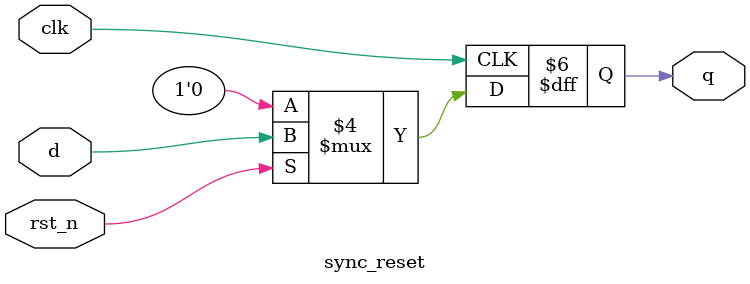
<source format=v>
module sync_reset(clk,rst_n,d,q);
    input clk,rst_n,d;
    output reg q;
    always @(posedge clk)
        begin
            if(!rst_n)
                q<=0;
            else
                q<=d;
        end
endmodule

</source>
